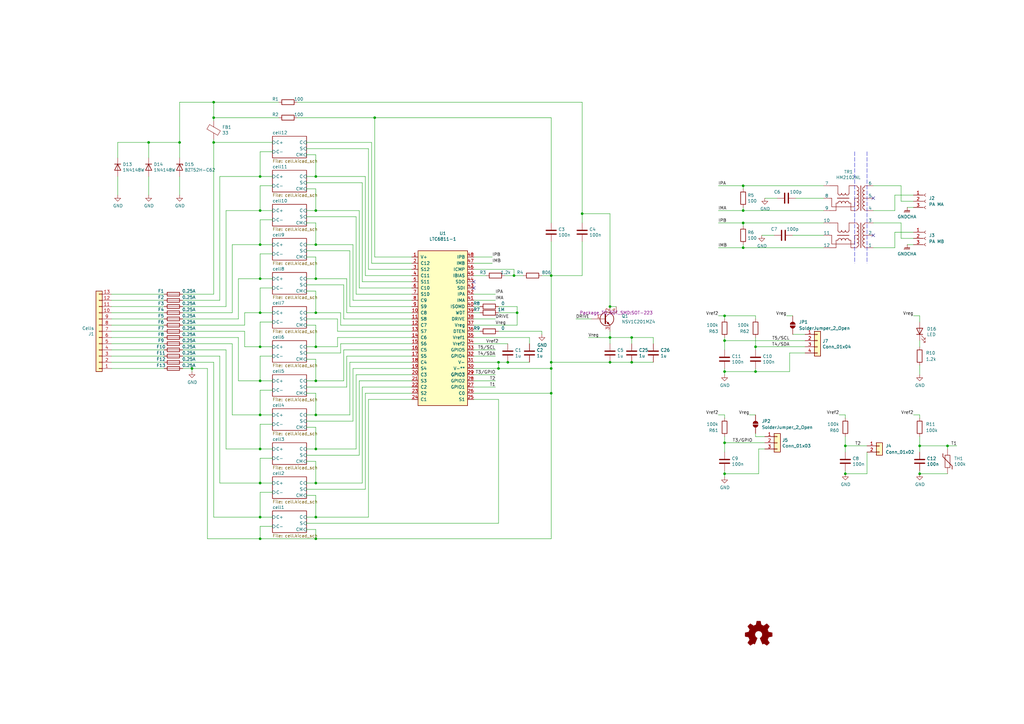
<source format=kicad_sch>
(kicad_sch (version 20231120) (generator "eeschema") (generator_version "8.0")
  (paper "A3")
  (junction (at 129.54 128.27))
  (junction (at 309.88 142.24))
  (junction (at 153.67 48.26))
  (junction (at 87.63 41.91))
  (junction (at 250.19 138.43))
  (junction (at 129.54 114.3))
  (junction (at 226.06 113.03))
  (junction (at 106.68 184.15))
  (junction (at 346.71 182.88))
  (junction (at 106.68 212.09))
  (junction (at 304.8 76.2))
  (junction (at 129.54 156.21))
  (junction (at 226.06 161.29))
  (junction (at 208.28 148.59))
  (junction (at 129.54 184.15))
  (junction (at 304.8 91.44))
  (junction (at 106.68 114.3))
  (junction (at 78.74 151.13))
  (junction (at 106.68 156.21))
  (junction (at 309.88 152.4))
  (junction (at 377.19 182.88))
  (junction (at 106.68 128.27))
  (junction (at 297.18 181.61))
  (junction (at 87.63 48.26))
  (junction (at 87.63 58.42))
  (junction (at 106.68 72.39))
  (junction (at 250.19 148.59))
  (junction (at 106.68 170.18))
  (junction (at 297.18 129.54))
  (junction (at 129.54 170.18))
  (junction (at 250.19 125.73))
  (junction (at 106.68 142.24))
  (junction (at 204.47 151.13))
  (junction (at 129.54 86.36))
  (junction (at 106.68 220.98))
  (junction (at 129.54 142.24))
  (junction (at 238.76 87.63))
  (junction (at 388.62 182.88))
  (junction (at 297.18 139.7))
  (junction (at 304.8 86.36))
  (junction (at 259.08 148.59))
  (junction (at 204.47 148.59))
  (junction (at 60.96 58.42))
  (junction (at 106.68 86.36))
  (junction (at 129.54 212.09))
  (junction (at 73.66 58.42))
  (junction (at 377.19 194.31))
  (junction (at 129.54 72.39))
  (junction (at 106.68 100.33))
  (junction (at 129.54 198.12))
  (junction (at 259.08 138.43))
  (junction (at 129.54 100.33))
  (junction (at 129.54 220.98))
  (junction (at 346.71 194.31))
  (junction (at 226.06 148.59))
  (junction (at 106.68 198.12))
  (junction (at 226.06 151.13))
  (junction (at 212.09 128.27))
  (junction (at 210.82 113.03))
  (junction (at 304.8 101.6))
  (junction (at 297.18 152.4))
  (junction (at 297.18 194.31))
  (no_connect (at 358.14 96.52))
  (no_connect (at 358.14 81.28))
  (no_connect (at 194.31 115.57))
  (no_connect (at 194.31 118.11))
  (wire (pts (xy 106.68 114.3) (xy 97.79 114.3)))
  (wire (pts (xy 125.73 102.87) (xy 143.51 102.87)))
  (wire (pts (xy 138.43 130.81) (xy 138.43 135.89)))
  (wire (pts (xy 111.76 132.08) (xy 106.68 132.08)))
  (wire (pts (xy 125.73 133.35) (xy 129.54 133.35)))
  (wire (pts (xy 106.68 201.93) (xy 106.68 212.09)))
  (wire (pts (xy 259.08 148.59) (xy 250.19 148.59)))
  (wire (pts (xy 203.2 156.21) (xy 194.31 156.21)))
  (wire (pts (xy 142.24 158.75) (xy 125.73 158.75)))
  (wire (pts (xy 149.86 113.03) (xy 149.86 72.39)))
  (wire (pts (xy 146.05 120.65) (xy 146.05 88.9)))
  (wire (pts (xy 129.54 133.35) (xy 129.54 142.24)))
  (wire (pts (xy 226.06 99.06) (xy 226.06 113.03)))
  (wire (pts (xy 138.43 142.24) (xy 129.54 142.24)))
  (wire (pts (xy 129.54 175.26) (xy 129.54 184.15)))
  (wire (pts (xy 358.14 101.6) (xy 367.03 101.6)))
  (wire (pts (xy 307.34 170.18) (xy 309.88 170.18)))
  (wire (pts (xy 106.68 220.98) (xy 129.54 220.98)))
  (wire (pts (xy 294.64 170.18) (xy 297.18 170.18)))
  (wire (pts (xy 106.68 142.24) (xy 100.33 142.24)))
  (wire (pts (xy 304.8 92.71) (xy 304.8 91.44)))
  (wire (pts (xy 297.18 139.7) (xy 297.18 143.51)))
  (wire (pts (xy 125.73 161.29) (xy 129.54 161.29)))
  (wire (pts (xy 90.17 123.19) (xy 74.93 123.19)))
  (wire (pts (xy 125.73 186.69) (xy 147.32 186.69)))
  (wire (pts (xy 152.4 107.95) (xy 168.91 107.95)))
  (wire (pts (xy 242.57 130.81) (xy 236.22 130.81)))
  (wire (pts (xy 294.64 101.6) (xy 304.8 101.6)))
  (wire (pts (xy 100.33 133.35) (xy 74.93 133.35)))
  (wire (pts (xy 204.47 128.27) (xy 212.09 128.27)))
  (wire (pts (xy 168.91 158.75) (xy 148.59 158.75)))
  (wire (pts (xy 217.17 138.43) (xy 194.31 138.43)))
  (wire (pts (xy 45.72 151.13) (xy 67.31 151.13)))
  (wire (pts (xy 129.54 170.18) (xy 143.51 170.18)))
  (wire (pts (xy 95.25 170.18) (xy 95.25 140.97)))
  (wire (pts (xy 297.18 129.54) (xy 309.88 129.54)))
  (wire (pts (xy 147.32 86.36) (xy 129.54 86.36)))
  (wire (pts (xy 238.76 87.63) (xy 238.76 91.44)))
  (wire (pts (xy 67.31 148.59) (xy 45.72 148.59)))
  (wire (pts (xy 226.06 148.59) (xy 250.19 148.59)))
  (wire (pts (xy 106.68 100.33) (xy 111.76 100.33)))
  (wire (pts (xy 125.73 105.41) (xy 129.54 105.41)))
  (wire (pts (xy 326.39 81.28) (xy 337.82 81.28)))
  (wire (pts (xy 367.03 95.25) (xy 367.03 101.6)))
  (wire (pts (xy 194.31 143.51) (xy 203.2 143.51)))
  (wire (pts (xy 392.43 182.88) (xy 388.62 182.88)))
  (wire (pts (xy 377.19 170.18) (xy 377.19 171.45)))
  (wire (pts (xy 297.18 194.31) (xy 297.18 193.04)))
  (wire (pts (xy 369.57 91.44) (xy 369.57 97.79)))
  (wire (pts (xy 142.24 114.3) (xy 129.54 114.3)))
  (wire (pts (xy 129.54 212.09) (xy 151.13 212.09)))
  (wire (pts (xy 106.68 104.14) (xy 106.68 114.3)))
  (wire (pts (xy 129.54 142.24) (xy 125.73 142.24)))
  (wire (pts (xy 74.93 151.13) (xy 78.74 151.13)))
  (wire (pts (xy 111.76 198.12) (xy 106.68 198.12)))
  (wire (pts (xy 106.68 76.2) (xy 106.68 86.36)))
  (wire (pts (xy 147.32 156.21) (xy 168.91 156.21)))
  (wire (pts (xy 48.26 72.39) (xy 48.26 80.01)))
  (wire (pts (xy 67.31 138.43) (xy 45.72 138.43)))
  (wire (pts (xy 238.76 87.63) (xy 250.19 87.63)))
  (wire (pts (xy 388.62 184.15) (xy 388.62 182.88)))
  (wire (pts (xy 194.31 130.81) (xy 203.2 130.81)))
  (wire (pts (xy 226.06 48.26) (xy 153.67 48.26)))
  (wire (pts (xy 106.68 100.33) (xy 95.25 100.33)))
  (wire (pts (xy 194.31 113.03) (xy 199.39 113.03)))
  (wire (pts (xy 125.73 128.27) (xy 129.54 128.27)))
  (wire (pts (xy 149.86 200.66) (xy 149.86 161.29)))
  (wire (pts (xy 204.47 148.59) (xy 204.47 151.13)))
  (wire (pts (xy 106.68 72.39) (xy 111.76 72.39)))
  (wire (pts (xy 106.68 86.36) (xy 92.71 86.36)))
  (wire (pts (xy 153.67 105.41) (xy 168.91 105.41)))
  (wire (pts (xy 168.91 140.97) (xy 139.7 140.97)))
  (wire (pts (xy 106.68 104.14) (xy 111.76 104.14)))
  (wire (pts (xy 87.63 57.15) (xy 87.63 58.42)))
  (wire (pts (xy 194.31 123.19) (xy 203.2 123.19)))
  (wire (pts (xy 372.11 85.09) (xy 374.65 85.09)))
  (wire (pts (xy 309.88 142.24) (xy 309.88 143.51)))
  (wire (pts (xy 151.13 163.83) (xy 168.91 163.83)))
  (wire (pts (xy 129.54 128.27) (xy 139.7 128.27)))
  (wire (pts (xy 106.68 187.96) (xy 106.68 198.12)))
  (wire (pts (xy 297.18 179.07) (xy 297.18 181.61)))
  (wire (pts (xy 194.31 151.13) (xy 204.47 151.13)))
  (wire (pts (xy 97.79 138.43) (xy 74.93 138.43)))
  (wire (pts (xy 222.25 113.03) (xy 226.06 113.03)))
  (wire (pts (xy 377.19 153.67) (xy 377.19 149.86)))
  (wire (pts (xy 106.68 160.02) (xy 106.68 170.18)))
  (wire (pts (xy 125.73 203.2) (xy 129.54 203.2)))
  (wire (pts (xy 226.06 48.26) (xy 226.06 91.44)))
  (wire (pts (xy 129.54 189.23) (xy 129.54 198.12)))
  (wire (pts (xy 226.06 148.59) (xy 226.06 151.13)))
  (wire (pts (xy 194.31 110.49) (xy 210.82 110.49)))
  (wire (pts (xy 111.76 128.27) (xy 106.68 128.27)))
  (wire (pts (xy 168.91 138.43) (xy 138.43 138.43)))
  (wire (pts (xy 140.97 116.84) (xy 125.73 116.84)))
  (wire (pts (xy 140.97 143.51) (xy 140.97 156.21)))
  (wire (pts (xy 238.76 113.03) (xy 226.06 113.03)))
  (wire (pts (xy 67.31 140.97) (xy 45.72 140.97)))
  (wire (pts (xy 369.57 76.2) (xy 369.57 82.55)))
  (wire (pts (xy 297.18 153.67) (xy 297.18 152.4)))
  (wire (pts (xy 138.43 138.43) (xy 138.43 142.24)))
  (wire (pts (xy 142.24 128.27) (xy 142.24 114.3)))
  (wire (pts (xy 106.68 90.17) (xy 106.68 100.33)))
  (wire (pts (xy 111.76 212.09) (xy 106.68 212.09)))
  (wire (pts (xy 67.31 146.05) (xy 45.72 146.05)))
  (wire (pts (xy 125.73 130.81) (xy 138.43 130.81)))
  (wire (pts (xy 194.31 128.27) (xy 196.85 128.27)))
  (wire (pts (xy 106.68 170.18) (xy 95.25 170.18)))
  (wire (pts (xy 309.88 177.8) (xy 309.88 179.07)))
  (wire (pts (xy 250.19 87.63) (xy 250.19 125.73)))
  (wire (pts (xy 100.33 142.24) (xy 100.33 135.89)))
  (wire (pts (xy 217.17 140.97) (xy 217.17 138.43)))
  (wire (pts (xy 125.73 184.15) (xy 129.54 184.15)))
  (wire (pts (xy 168.91 143.51) (xy 140.97 143.51)))
  (wire (pts (xy 168.91 130.81) (xy 140.97 130.81)))
  (wire (pts (xy 73.66 58.42) (xy 73.66 64.77)))
  (wire (pts (xy 139.7 133.35) (xy 168.91 133.35)))
  (wire (pts (xy 311.15 184.15) (xy 311.15 194.31)))
  (wire (pts (xy 194.31 120.65) (xy 203.2 120.65)))
  (wire (pts (xy 129.54 203.2) (xy 129.54 212.09)))
  (wire (pts (xy 304.8 86.36) (xy 294.64 86.36)))
  (wire (pts (xy 85.09 220.98) (xy 106.68 220.98)))
  (wire (pts (xy 297.18 181.61) (xy 297.18 185.42)))
  (wire (pts (xy 129.54 114.3) (xy 125.73 114.3)))
  (wire (pts (xy 140.97 156.21) (xy 129.54 156.21)))
  (wire (pts (xy 304.8 91.44) (xy 337.82 91.44)))
  (wire (pts (xy 129.54 63.5) (xy 129.54 72.39)))
  (wire (pts (xy 125.73 214.63) (xy 204.47 214.63)))
  (wire (pts (xy 106.68 86.36) (xy 111.76 86.36)))
  (wire (pts (xy 106.68 146.05) (xy 106.68 156.21)))
  (wire (pts (xy 311.15 194.31) (xy 297.18 194.31)))
  (wire (pts (xy 226.06 113.03) (xy 226.06 148.59)))
  (wire (pts (xy 297.18 195.58) (xy 297.18 194.31)))
  (wire (pts (xy 85.09 151.13) (xy 85.09 220.98)))
  (wire (pts (xy 147.32 186.69) (xy 147.32 156.21)))
  (wire (pts (xy 250.19 125.73) (xy 252.73 125.73)))
  (wire (pts (xy 111.76 215.9) (xy 106.68 215.9)))
  (wire (pts (xy 129.54 184.15) (xy 146.05 184.15)))
  (wire (pts (xy 78.74 151.13) (xy 85.09 151.13)))
  (wire (pts (xy 325.12 129.54) (xy 322.58 129.54)))
  (wire (pts (xy 367.03 95.25) (xy 374.65 95.25)))
  (wire (pts (xy 144.78 172.72) (xy 144.78 151.13)))
  (wire (pts (xy 106.68 118.11) (xy 106.68 128.27)))
  (wire (pts (xy 346.71 170.18) (xy 346.71 171.45)))
  (wire (pts (xy 168.91 118.11) (xy 147.32 118.11)))
  (wire (pts (xy 152.4 58.42) (xy 152.4 107.95)))
  (wire (pts (xy 346.71 182.88) (xy 355.6 182.88)))
  (wire (pts (xy 208.28 148.59) (xy 217.17 148.59)))
  (wire (pts (xy 92.71 86.36) (xy 92.71 125.73)))
  (wire (pts (xy 144.78 100.33) (xy 129.54 100.33)))
  (wire (pts (xy 153.67 48.26) (xy 153.67 105.41)))
  (wire (pts (xy 297.18 139.7) (xy 330.2 139.7)))
  (wire (pts (xy 212.09 128.27) (xy 212.09 133.35)))
  (wire (pts (xy 67.31 133.35) (xy 45.72 133.35)))
  (wire (pts (xy 194.31 133.35) (xy 212.09 133.35)))
  (wire (pts (xy 151.13 110.49) (xy 151.13 60.96)))
  (wire (pts (xy 309.88 152.4) (xy 309.88 151.13)))
  (wire (pts (xy 212.09 125.73) (xy 212.09 128.27)))
  (wire (pts (xy 129.54 217.17) (xy 129.54 220.98)))
  (wire (pts (xy 204.47 125.73) (xy 212.09 125.73)))
  (wire (pts (xy 67.31 143.51) (xy 45.72 143.51)))
  (wire (pts (xy 87.63 48.26) (xy 87.63 41.91)))
  (wire (pts (xy 129.54 91.44) (xy 129.54 100.33)))
  (wire (pts (xy 106.68 198.12) (xy 90.17 198.12)))
  (wire (pts (xy 374.65 80.01) (xy 367.03 80.01)))
  (wire (pts (xy 313.69 81.28) (xy 318.77 81.28)))
  (wire (pts (xy 168.91 148.59) (xy 143.51 148.59)))
  (wire (pts (xy 146.05 88.9) (xy 125.73 88.9)))
  (wire (pts (xy 125.73 58.42) (xy 152.4 58.42)))
  (wire (pts (xy 97.79 114.3) (xy 97.79 130.81)))
  (wire (pts (xy 95.25 100.33) (xy 95.25 128.27)))
  (wire (pts (xy 87.63 148.59) (xy 74.93 148.59)))
  (wire (pts (xy 78.74 152.4) (xy 78.74 151.13)))
  (wire (pts (xy 144.78 123.19) (xy 144.78 100.33)))
  (wire (pts (xy 139.7 140.97) (xy 139.7 144.78)))
  (wire (pts (xy 149.86 200.66) (xy 125.73 200.66)))
  (wire (pts (xy 121.92 48.26) (xy 153.67 48.26)))
  (wire (pts (xy 377.19 129.54) (xy 377.19 132.08)))
  (wire (pts (xy 168.91 110.49) (xy 151.13 110.49)))
  (wire (pts (xy 106.68 184.15) (xy 92.71 184.15)))
  (wire (pts (xy 372.11 100.33) (xy 374.65 100.33)))
  (wire (pts (xy 111.76 118.11) (xy 106.68 118.11)))
  (wire (pts (xy 194.31 125.73) (xy 196.85 125.73)))
  (wire (pts (xy 194.31 135.89) (xy 196.85 135.89)))
  (wire (pts (xy 100.33 128.27) (xy 100.33 133.35)))
  (wire (pts (xy 125.73 63.5) (xy 129.54 63.5)))
  (wire (pts (xy 139.7 128.27) (xy 139.7 133.35)))
  (wire (pts (xy 210.82 110.49) (xy 210.82 113.03)))
  (wire (pts (xy 250.19 138.43) (xy 259.08 138.43)))
  (wire (pts (xy 129.54 156.21) (xy 125.73 156.21)))
  (wire (pts (xy 67.31 123.19) (xy 45.72 123.19)))
  (wire (pts (xy 95.25 128.27) (xy 74.93 128.27)))
  (wire (pts (xy 388.62 182.88) (xy 377.19 182.88)))
  (wire (pts (xy 346.71 182.88) (xy 346.71 185.42)))
  (wire (pts (xy 144.78 151.13) (xy 168.91 151.13)))
  (wire (pts (xy 194.31 107.95) (xy 201.93 107.95)))
  (wire (pts (xy 346.71 182.88) (xy 346.71 179.07)))
  (wire (pts (xy 323.85 144.78) (xy 330.2 144.78)))
  (wire (pts (xy 143.51 148.59) (xy 143.51 170.18)))
  (wire (pts (xy 111.76 114.3) (xy 106.68 114.3)))
  (wire (pts (xy 67.31 125.73) (xy 45.72 125.73)))
  (wire (pts (xy 125.73 189.23) (xy 129.54 189.23)))
  (wire (pts (xy 125.73 91.44) (xy 129.54 91.44)))
  (wire (pts (xy 168.91 113.03) (xy 149.86 113.03)))
  (wire (pts (xy 111.76 187.96) (xy 106.68 187.96)))
  (wire (pts (xy 111.76 156.21) (xy 106.68 156.21)))
  (wire (pts (xy 304.8 101.6) (xy 337.82 101.6)))
  (wire (pts (xy 369.57 82.55) (xy 374.65 82.55)))
  (wire (pts (xy 377.19 182.88) (xy 377.19 185.42)))
  (wire (pts (xy 106.68 72.39) (xy 90.17 72.39)))
  (wire (pts (xy 95.25 140.97) (xy 74.93 140.97)))
  (wire (pts (xy 67.31 135.89) (xy 45.72 135.89)))
  (wire (pts (xy 388.62 194.31) (xy 377.19 194.31)))
  (wire (pts (xy 100.33 135.89) (xy 74.93 135.89)))
  (wire (pts (xy 294.64 129.54) (xy 297.18 129.54)))
  (wire (pts (xy 111.76 201.93) (xy 106.68 201.93)))
  (wire (pts (xy 111.76 76.2) (xy 106.68 76.2)))
  (wire (pts (xy 168.91 128.27) (xy 142.24 128.27)))
  (wire (pts (xy 87.63 212.09) (xy 87.63 148.59)))
  (wire (pts (xy 267.97 138.43) (xy 267.97 140.97)))
  (wire (pts (xy 48.26 64.77) (xy 48.26 58.42)))
  (wire (pts (xy 325.12 137.16) (xy 330.2 137.16)))
  (wire (pts (xy 168.91 115.57) (xy 148.59 115.57)))
  (wire (pts (xy 210.82 113.03) (xy 207.01 113.03)))
  (wire (pts (xy 294.64 91.44) (xy 304.8 91.44)))
  (wire (pts (xy 90.17 198.12) (xy 90.17 146.05)))
  (wire (pts (xy 90.17 146.05) (xy 74.93 146.05)))
  (wire (pts (xy 168.91 125.73) (xy 143.51 125.73)))
  (polyline (pts (xy 350.52 62.23) (xy 350.52 107.95)) (stroke (width 0) (type dash)))
  (wire (pts (xy 90.17 72.39) (xy 90.17 123.19)))
  (wire (pts (xy 226.06 161.29) (xy 226.06 220.98)))
  (wire (pts (xy 304.8 77.47) (xy 304.8 76.2)))
  (wire (pts (xy 374.65 170.18) (xy 377.19 170.18)))
  (wire (pts (xy 125.73 212.09) (xy 129.54 212.09)))
  (wire (pts (xy 73.66 41.91) (xy 73.66 58.42)))
  (wire (pts (xy 297.18 129.54) (xy 297.18 130.81)))
  (wire (pts (xy 111.76 184.15) (xy 106.68 184.15)))
  (wire (pts (xy 297.18 152.4) (xy 297.18 151.13)))
  (wire (pts (xy 87.63 120.65) (xy 74.93 120.65)))
  (wire (pts (xy 168.91 120.65) (xy 146.05 120.65)))
  (wire (pts (xy 67.31 128.27) (xy 45.72 128.27)))
  (wire (pts (xy 142.24 146.05) (xy 168.91 146.05)))
  (wire (pts (xy 204.47 151.13) (xy 226.06 151.13)))
  (wire (pts (xy 92.71 184.15) (xy 92.71 143.51)))
  (wire (pts (xy 226.06 151.13) (xy 226.06 161.29)))
  (wire (pts (xy 204.47 135.89) (xy 222.25 135.89)))
  (wire (pts (xy 129.54 86.36) (xy 125.73 86.36)))
  (wire (pts (xy 140.97 130.81) (xy 140.97 116.84)))
  (wire (pts (xy 97.79 130.81) (xy 74.93 130.81)))
  (wire (pts (xy 129.54 105.41) (xy 129.54 114.3)))
  (wire (pts (xy 106.68 215.9) (xy 106.68 220.98)))
  (wire (pts (xy 344.17 170.18) (xy 346.71 170.18)))
  (wire (pts (xy 148.59 74.93) (xy 125.73 74.93)))
  (wire (pts (xy 92.71 125.73) (xy 74.93 125.73)))
  (wire (pts (xy 358.14 86.36) (xy 367.03 86.36)))
  (wire (pts (xy 311.15 184.15) (xy 313.69 184.15)))
  (wire (pts (xy 355.6 194.31) (xy 355.6 185.42)))
  (wire (pts (xy 330.2 142.24) (xy 309.88 142.24)))
  (wire (pts (xy 304.8 76.2) (xy 337.82 76.2)))
  (wire (pts (xy 323.85 152.4) (xy 309.88 152.4)))
  (wire (pts (xy 87.63 58.42) (xy 87.63 120.65)))
  (wire (pts (xy 151.13 60.96) (xy 125.73 60.96)))
  (wire (pts (xy 111.76 170.18) (xy 106.68 170.18)))
  (wire (pts (xy 129.54 147.32) (xy 129.54 156.21)))
  (wire (pts (xy 111.76 146.05) (xy 106.68 146.05)))
  (wire (pts (xy 358.14 76.2) (xy 369.57 76.2)))
  (wire (pts (xy 111.76 62.23) (xy 106.68 62.23)))
  (wire (pts (xy 142.24 158.75) (xy 142.24 146.05)))
  (wire (pts (xy 297.18 181.61) (xy 313.69 181.61)))
  (wire (pts (xy 259.08 138.43) (xy 259.08 140.97)))
  (wire (pts (xy 377.19 193.04) (xy 377.19 194.31)))
  (wire (pts (xy 129.54 72.39) (xy 125.73 72.39)))
  (wire (pts (xy 346.71 194.31) (xy 355.6 194.31)))
  (wire (pts (xy 92.71 143.51) (xy 74.93 143.51)))
  (wire (pts (xy 208.28 148.59) (xy 204.47 148.59)))
  (wire (pts (xy 238.76 99.06) (xy 238.76 113.03)))
  (wire (pts (xy 129.54 100.33) (xy 125.73 100.33)))
  (wire (pts (xy 312.42 96.52) (xy 317.5 96.52)))
  (wire (pts (xy 259.08 138.43) (xy 267.97 138.43)))
  (wire (pts (xy 146.05 153.67) (xy 146.05 184.15)))
  (wire (pts (xy 129.54 198.12) (xy 148.59 198.12)))
  (wire (pts (xy 369.57 97.79) (xy 374.65 97.79)))
  (wire (pts (xy 168.91 123.19) (xy 144.78 123.19)))
  (wire (pts (xy 73.66 41.91) (xy 87.63 41.91)))
  (wire (pts (xy 60.96 58.42) (xy 73.66 58.42)))
  (wire (pts (xy 148.59 115.57) (xy 148.59 74.93)))
  (wire (pts (xy 194.31 148.59) (xy 204.47 148.59)))
  (wire (pts (xy 325.12 96.52) (xy 337.82 96.52)))
  (wire (pts (xy 309.88 179.07) (xy 313.69 179.07)))
  (wire (pts (xy 73.66 72.39) (xy 73.66 80.01)))
  (wire (pts (xy 106.68 90.17) (xy 111.76 90.17)))
  (wire (pts (xy 111.76 58.42) (xy 87.63 58.42)))
  (wire (pts (xy 297.18 138.43) (xy 297.18 139.7)))
  (wire (pts (xy 222.25 135.89) (xy 222.25 137.16)))
  (wire (pts (xy 125.73 147.32) (xy 129.54 147.32)))
  (wire (pts (xy 297.18 170.18) (xy 297.18 171.45)))
  (wire (pts (xy 194.31 163.83) (xy 204.47 163.83)))
  (wire (pts (xy 304.8 85.09) (xy 304.8 86.36)))
  (wire (pts (xy 48.26 58.42) (xy 60.96 58.42)))
  (wire (pts (xy 129.54 220.98) (xy 226.06 220.98)))
  (wire (pts (xy 111.76 160.02) (xy 106.68 160.02)))
  (wire (pts (xy 304.8 100.33) (xy 304.8 101.6)))
  (wire (pts (xy 151.13 212.09) (xy 151.13 163.83)))
  (wire (pts (xy 125.73 77.47) (xy 129.54 77.47)))
  (wire (pts (xy 267.97 148.59) (xy 259.08 148.59)))
  (wire (pts (xy 87.63 48.26) (xy 87.63 49.53)))
  (wire (pts (xy 106.68 156.21) (xy 97.79 156.21)))
  (wire (pts (xy 148.59 158.75) (xy 148.59 198.12)))
  (wire (pts (xy 358.14 91.44) (xy 369.57 91.44)))
  (wire (pts (xy 125.73 175.26) (xy 129.54 175.26)))
  (wire (pts (xy 106.68 132.08) (xy 106.68 142.24)))
  (wire (pts (xy 97.79 156.21) (xy 97.79 138.43)))
  (wire (pts (xy 203.2 153.67) (xy 194.31 153.67)))
  (wire (pts (xy 67.31 120.65) (xy 45.72 120.65)))
  (wire (pts (xy 87.63 41.91) (xy 114.3 41.91)))
  (wire (pts (xy 226.06 161.29) (xy 194.31 161.29)))
  (wire (pts (xy 111.76 173.99) (xy 106.68 173.99)))
  (wire (pts (xy 374.65 129.54) (xy 377.19 129.54)))
  (wire (pts (xy 60.96 72.39) (xy 60.96 80.01)))
  (wire (pts (xy 125.73 170.18) (xy 129.54 170.18)))
  (wire (pts (xy 309.88 138.43) (xy 309.88 142.24)))
  (wire (pts (xy 210.82 113.03) (xy 214.63 113.03)))
  (wire (pts (xy 138.43 135.89) (xy 168.91 135.89)))
  (wire (pts (xy 106.68 62.23) (xy 106.68 72.39)))
  (wire (pts (xy 125.73 217.17) (xy 129.54 217.17)))
  (wire (pts (xy 106.68 173.99) (xy 106.68 184.15)))
  (wire (pts (xy 323.85 144.78) (xy 323.85 152.4)))
  (wire (pts (xy 250.19 138.43) (xy 250.19 135.89)))
  (wire (pts (xy 194.31 158.75) (xy 203.2 158.75)))
  (wire (pts (xy 60.96 64.77) (xy 60.96 58.42)))
  (wire (pts (xy 309.88 130.81) (xy 309.88 129.54)))
  (wire (pts (xy 337.82 86.36) (xy 304.8 86.36)))
  (wire (pts (xy 106.68 212.09) (xy 87.63 212.09)))
  (wire (pts (xy 129.54 119.38) (xy 129.54 128.27)))
  (wire (pts (xy 147.32 118.11) (xy 147.32 86.36)))
  (wire (pts (xy 204.47 163.83) (xy 204.47 214.63)))
  (wire (pts (xy 367.03 80.01) (xy 367.03 86.36)))
  (wire (pts (xy 106.68 128.27) (xy 100.33 128.27)))
  (wire (pts (xy 377.19 179.07) (xy 377.19 182.88)))
  (wire (pts (xy 143.51 102.87) (xy 143.51 125.73)))
  (wire (pts (xy 294.64 76.2) (xy 304.8 76.2)))
  (wire (pts (xy 149.86 161.29) (xy 168.91 161.29)))
  (wire (pts (xy 238.76 41.91) (xy 238.76 87.63)))
  (wire (pts (xy 125.73 119.38) (xy 129.54 119.38)))
  (wire (pts (xy 114.3 48.26) (xy 87.63 48.26)))
  (wire (pts (xy 129.54 77.47) (xy 129.54 86.36)))
  (wire (pts (xy 111.76 142.24) (xy 106.68 142.24)))
  (wire (pts (xy 297.18 152.4) (xy 309.88 152.4)))
  (wire (pts (xy 194.31 105.41) (xy 201.93 105.41)))
  (wire (pts (xy 125.73 144.78) (xy 139.7 144.78)))
  (wire (pts (xy 346.71 194.31) (xy 346.71 193.04)))
  (wire (pts (xy 203.2 146.05) (xy 194.31 146.05)))
  (wire (pts (xy 125.73 198.12) (xy 129.54 198.12)))
  (wire (pts (xy 121.92 41.91) (xy 238.76 41.91)))
  (wire (pts (xy 149.86 72.39) (xy 129.54 72.39)))
  (wire (pts (xy 67.31 130.81) (xy 45.72 130.81)))
  (wire (pts (xy 129.54 161.29) (xy 129.54 170.18)))
  (polyline (pts (xy 355.6 62.23) (xy 355.6 107.95)) (stroke (width 0) (type dash)))
  (wire (pts (xy 241.3 138.43) (xy 250.19 138.43)))
  (wire (pts (xy 194.31 140.97) (xy 208.28 140.97)))
  (wire (pts (xy 250.19 140.97) (xy 250.19 138.43)))
  (wire (pts (xy 168.91 153.67) (xy 146.05 153.67)))
  (wire (pts (xy 377.19 139.7) (xy 377.19 142.24)))
  (wire (pts (xy 125.73 172.72) (xy 144.78 172.72)))
  (label "T4{slash}SDA" (at 203.2 146.05 180))
  (label "Vref2" (at 294.64 129.54 180))
  (label "Vreg" (at 322.58 129.54 180))
  (label "IMB" (at 201.93 107.95 0))
  (label "IMA" (at 203.2 123.19 0))
  (label "Vref2" (at 374.65 170.18 180))
  (label "Vreg" (at 307.34 170.18 180))
  (label "Vreg" (at 203.2 133.35 0))
  (label "T3{slash}GPIO" (at 203.2 153.67 180))
  (label "IPB" (at 294.64 91.44 0))
  (label "T5{slash}SCL" (at 203.2 143.51 180))
  (label "T1" (at 203.2 158.75 180))
  (label "DRIVE" (at 236.22 130.81 0))
  (label "IPA" (at 294.64 76.2 0))
  (label "IMB" (at 294.64 101.6 0))
  (label "T2" (at 353.06 182.88 180))
  (label "T1" (at 392.43 182.88 180))
  (label "T5{slash}SCL" (at 323.85 139.7 180))
  (label "Vref2" (at 344.17 170.18 180))
  (label "T4{slash}SDA" (at 323.85 142.24 180))
  (label "Vreg" (at 374.65 129.54 180))
  (label "T3{slash}GPIO" (at 308.61 181.61 180))
  (label "IPA" (at 203.2 120.65 0))
  (label "Vref2" (at 204.47 140.97 180))
  (label "Vref2" (at 294.64 170.18 180))
  (label "T2" (at 203.2 156.21 180))
  (label "Vreg" (at 241.3 138.43 0))
  (label "IMA" (at 294.64 86.36 0))
  (label "DRIVE" (at 203.2 130.81 0))
  (label "IPB" (at 201.93 105.41 0))
  (symbol (lib_id "ENNOID:HM2102NL") (at 353.06 88.9 0) (unit 1)
    (property "Reference" "TR1" (at 347.98 70.485 0))
    (property "Value" "HM2102NL" (at 347.98 72.7964 0))
    (property "Footprint" "ENNOID:HM2102NL" (effects (hide yes)))
    (property "MPN" "HM2102NLT" (effects (hide yes)))
  )
  (symbol (lib_id "Device:R") (at 304.8 81.28 0) (unit 1)
    (property "Reference" "R5" (at 306.578 80.1116 0) (effects (justify left)))
    (property "Value" "100" (at 306.578 82.423 0) (effects (justify left)))
    (property "Footprint" "Resistor_SMD:R_0603_1608Metric" (effects (hide yes)))
    (property "MPN" "RC0603FR-07100RL" (effects (hide yes)))
  )
  (symbol (lib_id "Device:R") (at 304.8 96.52 0) (unit 1)
    (property "Reference" "R6" (at 306.578 95.3516 0) (effects (justify left)))
    (property "Value" "100" (at 306.578 97.663 0) (effects (justify left)))
    (property "Footprint" "Resistor_SMD:R_0603_1608Metric" (effects (hide yes)))
    (property "MPN" "RC0603FR-07100RL" (effects (hide yes)))
  )
  (symbol (lib_id "Connector_Generic:Conn_01x13") (at 40.64 135.89 180) (unit 1)
    (property "Reference" "J1" (at 38.608 136.9568 0) (effects (justify left)))
    (property "Value" "Cells" (at 38.608 134.6454 0) (effects (justify left)))
    (property "Footprint" "ENNOID:SCiB Header" (effects (hide yes)))
    (property "MPN" "N/A" (effects (hide yes)))
  )
  (symbol (lib_id "Graphic:Logo_Open_Hardware_Small") (at 311.15 260.35 0) (unit 1)
    (property "Reference" "LOGO1" (effects (hide yes)))
    (property "Value" "Logo_Open_Hardware_Small" (effects (hide yes)))
    (property "Footprint" "ENNOID:ENNOID-LOGO" (effects (hide yes)))
    (property "MPN" "N/A" (effects (hide yes)))
  )
  (symbol (lib_id "Device:C") (at 321.31 96.52 270) (unit 1)
    (property "Reference" "C7" (at 317.5 93.98 90))
    (property "Value" "100p" (at 325.12 93.98 90))
    (property "Footprint" "Capacitor_SMD:C_0603_1608Metric" (effects (hide yes)))
    (property "MPN" "CL10C101JB8NNNC" (effects (hide yes)))
  )
  (symbol (lib_id "Device:R") (at 203.2 113.03 90) (unit 1)
    (property "Reference" "R3" (at 199.39 111.76 90) (effects (justify left)))
    (property "Value" "1.2k" (at 209.55 111.76 90) (effects (justify left)))
    (property "Footprint" "Resistor_SMD:R_0603_1608Metric" (effects (hide yes)))
    (property "MPN" "RC0603JR-071K2L" (effects (hide yes)))
  )
  (symbol (lib_id "Device:C") (at 322.58 81.28 270) (unit 1)
    (property "Reference" "C6" (at 318.77 78.74 90))
    (property "Value" "100p" (at 326.39 78.74 90))
    (property "Footprint" "Capacitor_SMD:C_0603_1608Metric" (effects (hide yes)))
    (property "MPN" "CL10C101JB8NNNC" (effects (hide yes)))
  )
  (symbol (lib_id "LTC6811-rescue:GND-power") (at 313.69 81.28 0) (unit 1)
    (property "Reference" "#PWR0101" (effects (hide yes)))
    (property "Value" "GND" (at 313.817 85.6742 0))
  )
  (symbol (lib_id "LTC6811-rescue:GND-power") (at 312.42 96.52 0) (unit 1)
    (property "Reference" "#PWR0102" (effects (hide yes)))
    (property "Value" "GND" (at 312.547 100.9142 0))
  )
  (symbol (lib_id "Device:Fuse") (at 71.12 120.65 90) (mirror x) (unit 1)
    (property "Reference" "F1" (at 66.04 119.38 90))
    (property "Value" "0.25A" (at 77.47 119.38 90))
    (property "Footprint" "ENNOID:FUSE" (effects (hide yes)))
    (property "MPN" "N/A" (effects (hide yes)))
  )
  (symbol (lib_id "Device:Fuse") (at 71.12 123.19 90) (mirror x) (unit 1)
    (property "Reference" "F2" (at 66.04 121.92 90))
    (property "Value" "0.25A" (at 77.47 121.92 90))
    (property "Footprint" "ENNOID:FUSE" (effects (hide yes)))
    (property "MPN" "N/A" (effects (hide yes)))
  )
  (symbol (lib_id "Device:Fuse") (at 71.12 125.73 90) (mirror x) (unit 1)
    (property "Reference" "F3" (at 66.04 124.46 90))
    (property "Value" "0.25A" (at 77.47 124.46 90))
    (property "Footprint" "ENNOID:FUSE" (effects (hide yes)))
    (property "MPN" "N/A" (effects (hide yes)))
  )
  (symbol (lib_id "Device:Fuse") (at 71.12 128.27 90) (mirror x) (unit 1)
    (property "Reference" "F4" (at 66.04 127 90))
    (property "Value" "0.25A" (at 77.47 127 90))
    (property "Footprint" "ENNOID:FUSE" (effects (hide yes)))
    (property "MPN" "N/A" (effects (hide yes)))
  )
  (symbol (lib_id "Device:Fuse") (at 71.12 130.81 90) (mirror x) (unit 1)
    (property "Reference" "F5" (at 66.04 129.54 90))
    (property "Value" "0.25A" (at 77.47 129.54 90))
    (property "Footprint" "ENNOID:FUSE" (effects (hide yes)))
    (property "MPN" "N/A" (effects (hide yes)))
  )
  (symbol (lib_id "Device:Fuse") (at 71.12 133.35 90) (mirror x) (unit 1)
    (property "Reference" "F6" (at 66.04 132.08 90))
    (property "Value" "0.25A" (at 77.47 132.08 90))
    (property "Footprint" "ENNOID:FUSE" (effects (hide yes)))
    (property "MPN" "N/A" (effects (hide yes)))
  )
  (symbol (lib_id "Device:Fuse") (at 71.12 135.89 90) (mirror x) (unit 1)
    (property "Reference" "F7" (at 66.04 134.62 90))
    (property "Value" "0.25A" (at 77.47 134.62 90))
    (property "Footprint" "ENNOID:FUSE" (effects (hide yes)))
    (property "MPN" "N/A" (effects (hide yes)))
  )
  (symbol (lib_id "Device:Fuse") (at 71.12 138.43 90) (mirror x) (unit 1)
    (property "Reference" "F8" (at 66.04 137.16 90))
    (property "Value" "0.25A" (at 77.47 137.16 90))
    (property "Footprint" "ENNOID:FUSE" (effects (hide yes)))
    (property "MPN" "N/A" (effects (hide yes)))
  )
  (symbol (lib_id "Device:Fuse") (at 71.12 140.97 90) (mirror x) (unit 1)
    (property "Reference" "F9" (at 66.04 139.7 90))
    (property "Value" "0.25A" (at 77.47 139.7 90))
    (property "Footprint" "ENNOID:FUSE" (effects (hide yes)))
    (property "MPN" "N/A" (effects (hide yes)))
  )
  (symbol (lib_id "Device:Fuse") (at 71.12 143.51 90) (mirror x) (unit 1)
    (property "Reference" "F10" (at 66.04 142.24 90))
    (property "Value" "0.25A" (at 77.47 142.24 90))
    (property "Footprint" "ENNOID:FUSE" (effects (hide yes)))
    (property "MPN" "N/A" (effects (hide yes)))
  )
  (symbol (lib_id "Device:Fuse") (at 71.12 146.05 90) (mirror x) (unit 1)
    (property "Reference" "F11" (at 66.04 144.78 90))
    (property "Value" "0.25A" (at 77.47 144.78 90))
    (property "Footprint" "ENNOID:FUSE" (effects (hide yes)))
    (property "MPN" "N/A" (effects (hide yes)))
  )
  (symbol (lib_id "Device:Fuse") (at 71.12 148.59 90) (mirror x) (unit 1)
    (property "Reference" "F12" (at 66.04 147.32 90))
    (property "Value" "0.25A" (at 77.47 147.32 90))
    (property "Footprint" "ENNOID:FUSE" (effects (hide yes)))
    (property "MPN" "N/A" (effects (hide yes)))
  )
  (symbol (lib_id "Device:R") (at 218.44 113.03 90) (unit 1)
    (property "Reference" "R4" (at 214.63 111.76 90) (effects (justify left)))
    (property "Value" "806" (at 226.06 111.76 90) (effects (justify left)))
    (property "Footprint" "Resistor_SMD:R_0603_1608Metric" (effects (hide yes)))
    (property "MPN" "RC0603FR-07806RL" (effects (hide yes)))
  )
  (symbol (lib_id "Device:Q_NPN_BCEC") (at 247.65 130.81 0) (unit 1)
    (property "Reference" "Q1" (at 254.9652 129.6416 0) (effects (justify left)))
    (property "Value" "NSV1C201MZ4" (at 254.9652 131.953 0) (effects (justify left)))
    (property "Footprint" "Package_TO_SOT_SMD:SOT-223" (at 252.73 128.27 0))
    (property "MPN" "NSV1C201MZ4T1G" (effects (hide yes)))
  )
  (symbol (lib_id "Device:C") (at 208.28 144.78 0) (unit 1)
    (property "Reference" "C1" (at 211.201 143.6116 0) (effects (justify left)))
    (property "Value" "1u" (at 211.201 145.923 0) (effects (justify left)))
    (property "Footprint" "Capacitor_SMD:C_0603_1608Metric" (effects (hide yes)))
    (property "MPN" "CL21B105KBFNNNE" (effects (hide yes)))
  )
  (symbol (lib_id "Device:C") (at 217.17 144.78 0) (unit 1)
    (property "Reference" "C2" (at 220.091 143.6116 0) (effects (justify left)))
    (property "Value" "1u" (at 220.091 145.923 0) (effects (justify left)))
    (property "Footprint" "Capacitor_SMD:C_0603_1608Metric" (effects (hide yes)))
    (property "MPN" "CL21B105KBFNNNE" (effects (hide yes)))
  )
  (symbol (lib_id "Device:C") (at 250.19 144.78 0) (unit 1)
    (property "Reference" "C5" (at 253.111 143.6116 0) (effects (justify left)))
    (property "Value" "1u" (at 253.111 145.923 0) (effects (justify left)))
    (property "Footprint" "Capacitor_SMD:C_0805_2012Metric" (effects (hide yes)))
    (property "MPN" "CL21B105KBFNNNE" (effects (hide yes)))
  )
  (symbol (lib_id "Device:R") (at 118.11 48.26 90) (unit 1)
    (property "Reference" "R2" (at 114.3 46.99 90) (effects (justify left)))
    (property "Value" "100" (at 124.46 46.99 90) (effects (justify left)))
    (property "Footprint" "Resistor_SMD:R_0603_1608Metric" (effects (hide yes)))
    (property "MPN" "RC0603FR-07100RL" (effects (hide yes)))
  )
  (symbol (lib_id "Device:Fuse") (at 71.12 151.13 90) (mirror x) (unit 1)
    (property "Reference" "F13" (at 66.04 149.86 90))
    (property "Value" "0.25A" (at 77.47 149.86 90))
    (property "Footprint" "ENNOID:FUSE" (effects (hide yes)))
    (property "MPN" "N/A" (effects (hide yes)))
  )
  (symbol (lib_id "Device:R") (at 118.11 41.91 90) (unit 1)
    (property "Reference" "R1" (at 114.3 40.64 90) (effects (justify left)))
    (property "Value" "100" (at 124.46 40.64 90) (effects (justify left)))
    (property "Footprint" "Resistor_SMD:R_0603_1608Metric" (effects (hide yes)))
    (property "MPN" "RC0603FR-07100RL" (effects (hide yes)))
  )
  (symbol (lib_id "Device:C") (at 226.06 95.25 0) (unit 1)
    (property "Reference" "C3" (at 228.981 94.0816 0) (effects (justify left)))
    (property "Value" "100n" (at 228.981 96.393 0) (effects (justify left)))
    (property "Footprint" "Capacitor_SMD:C_0603_1608Metric" (effects (hide yes)))
    (property "MPN" "CC0603KRX7R0BB104" (effects (hide yes)))
  )
  (symbol (lib_id "Device:C") (at 238.76 95.25 0) (unit 1)
    (property "Reference" "C4" (at 241.681 94.0816 0) (effects (justify left)))
    (property "Value" "100n" (at 241.681 96.393 0) (effects (justify left)))
    (property "Footprint" "Capacitor_SMD:C_0603_1608Metric" (effects (hide yes)))
    (property "MPN" "CC0603KRX7R0BB104" (effects (hide yes)))
  )
  (symbol (lib_id "Device:C") (at 377.19 189.23 0) (unit 1)
    (property "Reference" "C12" (at 380.111 188.0616 0) (effects (justify left)))
    (property "Value" "100n" (at 380.111 190.373 0) (effects (justify left)))
    (property "Footprint" "Capacitor_SMD:C_0603_1608Metric" (effects (hide yes)))
    (property "MPN" "CC0603KRX7R0BB104" (effects (hide yes)))
  )
  (symbol (lib_id "Device:R") (at 377.19 175.26 0) (unit 1)
    (property "Reference" "R11" (at 379.73 173.99 0) (effects (justify left)))
    (property "Value" "100k" (at 379.73 176.53 0) (effects (justify left)))
    (property "Footprint" "Resistor_SMD:R_0603_1608Metric" (effects (hide yes)))
    (property "MPN" "RC0603JR-07100KL" (effects (hide yes)))
  )
  (symbol (lib_id "LTC6811-rescue:GND-power") (at 377.19 194.31 0) (unit 1)
    (property "Reference" "#PWR0107" (effects (hide yes)))
    (property "Value" "GND" (at 377.317 198.7042 0))
  )
  (symbol (lib_id "Diode:BZT52Bxx") (at 73.66 68.58 270) (unit 1)
    (property "Reference" "D15" (at 75.6666 67.4116 90) (effects (justify left)))
    (property "Value" "BZT52H-C62" (at 75.6666 69.723 90) (effects (justify left)))
    (property "Footprint" "Diode_SMD:D_SOD-123" (effects (hide yes)))
    (property "Datasheet" "https://diotec.com/tl_files/diotec/files/pdf/datasheets/bzt52b2v4.pdf" (effects (hide yes)))
    (property "MPN" "BZT52H-C62,115" (effects (hide yes)))
  )
  (symbol (lib_id "LTC6811-rescue:GND-power") (at 73.66 80.01 0) (unit 1)
    (property "Reference" "#PWR0123" (effects (hide yes)))
    (property "Value" "GND" (at 73.787 84.4042 0))
  )
  (symbol (lib_id "Diode:1N4148W") (at 60.96 68.58 270) (unit 1)
    (property "Reference" "D14" (at 62.992 67.4116 90) (effects (justify left)))
    (property "Value" "1N4148W" (at 62.992 69.723 90) (effects (justify left)))
    (property "Footprint" "Diode_SMD:D_SOD-123" (effects (hide yes)))
    (property "Datasheet" "https://www.vishay.com/docs/85748/1n4148w.pdf" (effects (hide yes)))
    (property "MPN" "1N4148W-7-F" (effects (hide yes)))
  )
  (symbol (lib_id "Diode:1N4148W") (at 48.26 68.58 270) (unit 1)
    (property "Reference" "D13" (at 50.292 67.4116 90) (effects (justify left)))
    (property "Value" "1N4148W" (at 50.292 69.723 90) (effects (justify left)))
    (property "Footprint" "Diode_SMD:D_SOD-123" (effects (hide yes)))
    (property "Datasheet" "https://www.vishay.com/docs/85748/1n4148w.pdf" (effects (hide yes)))
    (property "MPN" "1N4148W-7-F" (effects (hide yes)))
  )
  (symbol (lib_id "Device:Thermistor") (at 388.62 189.23 0) (unit 1)
    (property "Reference" "TH1" (at 391.287 188.0616 0) (effects (justify left)))
    (property "Value" "100k" (at 391.287 190.373 0) (effects (justify left)))
    (property "Footprint" "Resistor_SMD:R_0805_2012Metric" (effects (hide yes)))
    (property "MPN" "SDNT2012X104F4250FTF" (effects (hide yes)))
  )
  (symbol (lib_id "ENNOID:LTC6811-1") (at 181.61 135.89 0) (unit 1)
    (property "Reference" "U1" (at 181.61 95.7326 0))
    (property "Value" "LTC6811-1" (at 181.61 98.044 0))
    (property "Footprint" "Package_SO:TSSOP-48_6.1x12.5mm_P0.5mm" (effects (hide yes)))
    (property "Datasheet" "http://cds.linear.com/docs/en/datasheet/680324fa.pdf" (effects (hide yes)))
    (property "MPN" "LTC6811HG-1#PBF" (effects (hide yes)))
  )
  (symbol (lib_id "LTC6811-rescue:GND-power") (at 222.25 137.16 0) (unit 1)
    (property "Reference" "#PWR0105" (effects (hide yes)))
    (property "Value" "GND" (at 222.377 141.5542 0))
  )
  (symbol (lib_id "Device:R") (at 200.66 125.73 90) (unit 1)
    (property "Reference" "R8" (at 196.85 124.46 90) (effects (justify left)))
    (property "Value" "0" (at 207.01 124.46 90) (effects (justify left)))
    (property "Footprint" "Resistor_SMD:R_0603_1608Metric" (effects (hide yes)))
    (property "MPN" "RC0603JR-070RL" (effects (hide yes)))
  )
  (symbol (lib_id "Device:R") (at 200.66 135.89 90) (unit 1)
    (property "Reference" "R9" (at 196.85 134.62 90) (effects (justify left)))
    (property "Value" "0" (at 207.01 134.62 90) (effects (justify left)))
    (property "Footprint" "Resistor_SMD:R_0603_1608Metric" (effects (hide yes)))
    (property "MPN" "RC0603JR-070RL" (effects (hide yes)))
  )
  (symbol (lib_id "LTC6811-rescue:GND-power") (at 377.19 153.67 0) (unit 1)
    (property "Reference" "#PWR0106" (effects (hide yes)))
    (property "Value" "GND" (at 377.317 158.0642 0))
  )
  (symbol (lib_id "Device:R") (at 377.19 146.05 0) (unit 1)
    (property "Reference" "R10" (at 379.73 144.78 0) (effects (justify left)))
    (property "Value" "1.2k" (at 379.73 147.32 0) (effects (justify left)))
    (property "Footprint" "Resistor_SMD:R_0603_1608Metric" (effects (hide yes)))
    (property "MPN" "RC0603JR-071K2L" (effects (hide yes)))
  )
  (symbol (lib_id "LTC6811-rescue:GND-power") (at 60.96 80.01 0) (unit 1)
    (property "Reference" "#PWR0124" (effects (hide yes)))
    (property "Value" "GND" (at 61.087 84.4042 0))
  )
  (symbol (lib_id "LTC6811-rescue:GND-power") (at 48.26 80.01 0) (unit 1)
    (property "Reference" "#PWR0125" (effects (hide yes)))
    (property "Value" "GND" (at 48.387 84.4042 0))
  )
  (symbol (lib_id "Device:LED") (at 377.19 135.89 90) (unit 1)
    (property "Reference" "D16" (at 380.1618 134.8994 90) (effects (justify right)))
    (property "Value" "LED" (at 380.1618 137.2108 90) (effects (justify right)))
    (property "Footprint" "LED_SMD:LED_0603_1608Metric" (effects (hide yes)))
    (property "MPN" "SML-D12P8WT86C" (effects (hide yes)))
  )
  (symbol (lib_id "Device:R") (at 200.66 128.27 90) (unit 1)
    (property "Reference" "R7" (at 196.85 127 90) (effects (justify left)))
    (property "Value" "1M" (at 207.01 127 90) (effects (justify left)))
    (property "Footprint" "Resistor_SMD:R_0603_1608Metric" (effects (hide yes)))
    (property "MPN" "RC0603JR-071ML" (effects (hide yes)))
  )
  (symbol (lib_id "LTC6811-rescue:Ferrite_Bead-Device") (at 87.63 53.34 0) (unit 1)
    (property "Reference" "FB1" (at 91.1098 52.1716 0) (effects (justify left)))
    (property "Value" "33" (at 91.1098 54.483 0) (effects (justify left)))
    (property "Footprint" "Resistor_SMD:R_0603_1608Metric" (effects (hide yes)))
    (property "Datasheet" "BLM18PG330SN1D" (effects (hide yes)))
    (property "MPN" "BLM18PG330SN1D" (effects (hide yes)))
  )
  (symbol (lib_id "Device:C") (at 259.08 144.78 0) (unit 1)
    (property "Reference" "C25" (at 262.001 143.6116 0) (effects (justify left)))
    (property "Value" "1u" (at 262.001 145.923 0) (effects (justify left)))
    (property "Footprint" "Capacitor_SMD:C_0805_2012Metric" (effects (hide yes)))
    (property "MPN" "CL21B105KBFNNNE" (effects (hide yes)))
  )
  (symbol (lib_id "Device:C") (at 267.97 144.78 0) (unit 1)
    (property "Reference" "C26" (at 270.891 143.6116 0) (effects (justify left)))
    (property "Value" "1u" (at 270.891 145.923 0) (effects (justify left)))
    (property "Footprint" "Capacitor_SMD:C_0805_2012Metric" (effects (hide yes)))
    (property "MPN" "CL21B105KBFNNNE" (effects (hide yes)))
  )
  (symbol (lib_id "LTC6811-rescue:GND-power") (at 78.74 152.4 0) (unit 1)
    (property "Reference" "#PWR0122" (effects (hide yes)))
    (property "Value" "GND" (at 78.867 156.7942 0))
  )
  (symbol (lib_id "Device:C") (at 346.71 189.23 0) (unit 1)
    (property "Reference" "C8" (at 349.631 188.0616 0) (effects (justify left)))
    (property "Value" "100n" (at 349.631 190.373 0) (effects (justify left)))
    (property "Footprint" "Capacitor_SMD:C_0603_1608Metric" (effects (hide yes)))
    (property "MPN" "CC0603KRX7R0BB104" (effects (hide yes)))
  )
  (symbol (lib_id "Device:R") (at 346.71 175.26 180) (unit 1)
    (property "Reference" "R60" (at 344.17 176.53 0) (effects (justify left)))
    (property "Value" "100k" (at 344.17 173.99 0) (effects (justify left)))
    (property "Footprint" "Resistor_SMD:R_0603_1608Metric" (effects (hide yes)))
    (property "MPN" "RC0603JR-07100KL" (effects (hide yes)))
  )
  (symbol (lib_id "LTC6811-rescue:GND-power") (at 346.71 194.31 0) (unit 1)
    (property "Reference" "#PWR0104" (effects (hide yes)))
    (property "Value" "GND" (at 346.837 198.7042 0))
  )
  (symbol (lib_id "Connector:Conn_01x03_Socket") (at 379.73 97.79 0) (unit 1)
    (property "Reference" "J3" (at 381 96.5199 0) (effects (justify left)))
    (property "Value" "PA MB" (at 381 99.0599 0) (effects (justify left)))
    (property "Footprint" "Connector_PinSocket_2.54mm:PinSocket_1x03_P2.54mm_Horizontal" (effects (hide yes)))
    (property "Description" "Generic connector, single row, 01x03, script generated" (effects (hide yes)))
  )
  (symbol (lib_id "Device:C") (at 309.88 147.32 0) (unit 1)
    (property "Reference" "C10" (at 312.801 146.1516 0) (effects (justify left)))
    (property "Value" "100n" (at 312.801 148.463 0) (effects (justify left)))
    (property "Footprint" "Capacitor_SMD:C_0603_1608Metric" (effects (hide yes)))
    (property "MPN" "CC0603KRX7R0BB104" (effects (hide yes)))
  )
  (symbol (lib_id "Device:C") (at 297.18 189.23 0) (unit 1)
    (property "Reference" "C9" (at 300.101 188.0616 0) (effects (justify left)))
    (property "Value" "100n" (at 300.101 190.373 0) (effects (justify left)))
    (property "Footprint" "Capacitor_SMD:C_0603_1608Metric" (effects (hide yes)))
    (property "MPN" "CC0603KRX7R0BB104" (effects (hide yes)))
  )
  (symbol (lib_id "Jumper:SolderJumper_2_Open") (at 309.88 173.99 90) (unit 1) (exclude_from_sim yes) (in_bom no)
    (property "Reference" "JP2" (at 312.42 172.7199 90) (effects (justify right)))
    (property "Value" "SolderJumper_2_Open" (at 312.42 175.2599 90) (effects (justify right)))
    (property "Footprint" "Jumper:SolderJumper-2_P1.3mm_Open_Pad1.0x1.5mm" (effects (hide yes)))
    (property "Description" "Solder Jumper, 2-pole, open" (effects (hide yes)))
  )
  (symbol (lib_id "Connector_Generic:Conn_01x04") (at 335.28 139.7 0) (unit 1)
    (property "Reference" "J7" (at 337.312 139.9032 0) (effects (justify left)))
    (property "Value" "Conn_01x04" (at 337.312 142.2146 0) (effects (justify left)))
    (property "Footprint" "Connector_PinHeader_1.27mm:PinHeader_1x04_P1.27mm_Horizontal" (effects (hide yes)))
  )
  (symbol (lib_id "Device:R") (at 309.88 134.62 180) (unit 1)
    (property "Reference" "R62" (at 307.34 135.89 0) (effects (justify left)))
    (property "Value" "100k" (at 307.34 133.35 0) (effects (justify left)))
    (property "Footprint" "Resistor_SMD:R_0603_1608Metric" (effects (hide yes)))
    (property "MPN" "RC0603JR-07100KL" (effects (hide yes)))
  )
  (symbol (lib_id "power:GNDPWR") (at 372.11 85.09 0) (unit 1)
    (property "Reference" "#PWR01" (effects (hide yes)))
    (property "Value" "GNDCHA" (at 371.983 88.9 0))
    (property "Description" "Power symbol creates a global label with name \"GNDPWR\" , global ground" (effects (hide yes)))
  )
  (symbol (lib_id "Device:R") (at 297.18 134.62 180) (unit 1)
    (property "Reference" "R63" (at 294.64 135.89 0) (effects (justify left)))
    (property "Value" "100k" (at 294.64 133.35 0) (effects (justify left)))
    (property "Footprint" "Resistor_SMD:R_0603_1608Metric" (effects (hide yes)))
    (property "MPN" "RC0603JR-07100KL" (effects (hide yes)))
  )
  (symbol (lib_id "Device:R") (at 297.18 175.26 180) (unit 1)
    (property "Reference" "R61" (at 294.64 176.53 0) (effects (justify left)))
    (property "Value" "100k" (at 294.64 173.99 0) (effects (justify left)))
    (property "Footprint" "Resistor_SMD:R_0603_1608Metric" (effects (hide yes)))
    (property "MPN" "RC0603JR-07100KL" (effects (hide yes)))
  )
  (symbol (lib_id "LTC6811-rescue:GND-power") (at 297.18 153.67 0) (unit 1)
    (property "Reference" "#PWR04" (effects (hide yes)))
    (property "Value" "GND" (at 297.307 158.0642 0))
  )
  (symbol (lib_id "Connector_Generic:Conn_01x03") (at 318.77 181.61 0) (unit 1)
    (property "Reference" "J5" (at 320.802 180.5432 0) (effects (justify left)))
    (property "Value" "Conn_01x03" (at 320.802 182.8546 0) (effects (justify left)))
    (property "Footprint" "Connector_PinHeader_1.27mm:PinHeader_1x03_P1.27mm_Horizontal" (effects (hide yes)))
  )
  (symbol (lib_id "LTC6811-rescue:GND-power") (at 297.18 195.58 0) (unit 1)
    (property "Reference" "#PWR02" (effects (hide yes)))
    (property "Value" "GND" (at 297.307 199.9742 0))
  )
  (symbol (lib_id "Connector:Conn_01x03_Socket") (at 379.73 82.55 0) (unit 1)
    (property "Reference" "J2" (at 381 81.2799 0) (effects (justify left)))
    (property "Value" "PA MA" (at 381 83.8199 0) (effects (justify left)))
    (property "Description" "Generic connector, single row, 01x03, script generated" (effects (hide yes)))
  )
  (symbol (lib_id "Jumper:SolderJumper_2_Open") (at 325.12 133.35 90) (unit 1) (exclude_from_sim yes) (in_bom no)
    (property "Reference" "JP1" (at 327.66 132.0799 90) (effects (justify right)))
    (property "Value" "SolderJumper_2_Open" (at 327.66 134.6199 90) (effects (justify right)))
    (property "Footprint" "Jumper:SolderJumper-2_P1.3mm_Open_Pad1.0x1.5mm" (effects (hide yes)))
    (property "Description" "Solder Jumper, 2-pole, open" (effects (hide yes)))
  )
  (symbol (lib_id "Connector_Generic:Conn_01x02") (at 360.68 182.88 0) (unit 1)
    (property "Reference" "J4" (at 363.22 182.8799 0) (effects (justify left)))
    (property "Value" "Conn_01x02" (at 363.22 185.4199 0) (effects (justify left)))
    (property "Footprint" "Connector_PinHeader_1.27mm:PinHeader_1x02_P1.27mm_Horizontal" (effects (hide yes)))
    (property "Description" "Generic connector, single row, 01x02, script generated (kicad-library-utils/schlib/autogen/connector/)" (effects (hide yes)))
  )
  (symbol (lib_id "power:GNDPWR") (at 372.11 100.33 0) (unit 1)
    (property "Reference" "#PWR03" (effects (hide yes)))
    (property "Value" "GNDCHA" (at 371.983 104.14 0))
    (property "Description" "Power symbol creates a global label with name \"GNDPWR\" , global ground" (effects (hide yes)))
  )
  (symbol (lib_id "Device:C") (at 297.18 147.32 0) (unit 1)
    (property "Reference" "C11" (at 300.101 146.1516 0) (effects (justify left)))
    (property "Value" "100n" (at 300.101 148.463 0) (effects (justify left)))
    (property "Footprint" "Capacitor_SMD:C_0603_1608Metric" (effects (hide yes)))
    (property "MPN" "CC0603KRX7R0BB104" (effects (hide yes)))
  )
  (sheet (at 111.76 55.88) (size 13.97 8.89)
    (property "Sheetname" "cell12" (at 111.76 55.1684 0) (effects (justify left bottom)))
    (property "Sheetfile" "cell.kicad_sch" (at 111.76 65.3546 0) (effects (justify left top)))
    (pin "S" input (at 125.73 60.96 0))
    (pin "C" input (at 125.73 58.42 0))
    (pin "C+" input (at 111.76 58.42 180))
    (pin "C-" input (at 111.76 62.23 180))
    (pin "CM" input (at 125.73 63.5 0))
  )
  (sheet (at 111.76 69.85) (size 13.97 8.89)
    (property "Sheetname" "cell11" (at 111.76 69.1384 0) (effects (justify left bottom)))
    (property "Sheetfile" "cell.kicad_sch" (at 111.76 79.3246 0) (effects (justify left top)))
    (pin "S" input (at 125.73 74.93 0))
    (pin "C" input (at 125.73 72.39 0))
    (pin "C+" input (at 111.76 72.39 180))
    (pin "C-" input (at 111.76 76.2 180))
    (pin "CM" input (at 125.73 77.47 0))
  )
  (sheet (at 111.76 83.82) (size 13.97 8.89)
    (property "Sheetname" "cell10" (at 111.76 83.1084 0) (effects (justify left bottom)))
    (property "Sheetfile" "cell.kicad_sch" (at 111.76 93.2946 0) (effects (justify left top)))
    (pin "S" input (at 125.73 88.9 0))
    (pin "C" input (at 125.73 86.36 0))
    (pin "C+" input (at 111.76 86.36 180))
    (pin "C-" input (at 111.76 90.17 180))
    (pin "CM" input (at 125.73 91.44 0))
  )
  (sheet (at 111.76 97.79) (size 13.97 8.89)
    (property "Sheetname" "cell9" (at 111.76 97.0784 0) (effects (justify left bottom)))
    (property "Sheetfile" "cell.kicad_sch" (at 111.76 107.2646 0) (effects (justify left top)))
    (pin "S" input (at 125.73 102.87 0))
    (pin "C" input (at 125.73 100.33 0))
    (pin "C+" input (at 111.76 100.33 180))
    (pin "C-" input (at 111.76 104.14 180))
    (pin "CM" input (at 125.73 105.41 0))
  )
  (sheet (at 111.76 111.76) (size 13.97 8.89)
    (property "Sheetname" "cell8" (at 111.76 111.0484 0) (effects (justify left bottom)))
    (property "Sheetfile" "cell.kicad_sch" (at 111.76 121.2346 0) (effects (justify left top)))
    (pin "S" input (at 125.73 116.84 0))
    (pin "C" input (at 125.73 114.3 0))
    (pin "C+" input (at 111.76 114.3 180))
    (pin "C-" input (at 111.76 118.11 180))
    (pin "CM" input (at 125.73 119.38 0))
  )
  (sheet (at 111.76 125.73) (size 13.97 8.89)
    (property "Sheetname" "cell7" (at 111.76 125.0184 0) (effects (justify left bottom)))
    (property "Sheetfile" "cell.kicad_sch" (at 111.76 135.2046 0) (effects (justify left top)))
    (pin "S" input (at 125.73 130.81 0))
    (pin "C" input (at 125.73 128.27 0))
    (pin "C+" input (at 111.76 128.27 180))
    (pin "C-" input (at 111.76 132.08 180))
    (pin "CM" input (at 125.73 133.35 0))
  )
  (sheet (at 111.76 139.7) (size 13.97 8.89)
    (property "Sheetname" "cell6" (at 111.76 138.9884 0) (effects (justify left bottom)))
    (property "Sheetfile" "cell.kicad_sch" (at 111.76 149.1746 0) (effects (justify left top)))
    (pin "S" input (at 125.73 144.78 0))
    (pin "C" input (at 125.73 142.24 0))
    (pin "C+" input (at 111.76 142.24 180))
    (pin "C-" input (at 111.76 146.05 180))
    (pin "CM" input (at 125.73 147.32 0))
  )
  (sheet (at 111.76 153.67) (size 13.97 8.89)
    (property "Sheetname" "cell5" (at 111.76 152.9584 0) (effects (justify left bottom)))
    (property "Sheetfile" "cell.kicad_sch" (at 111.76 163.1446 0) (effects (justify left top)))
    (pin "S" input (at 125.73 158.75 0))
    (pin "C" input (at 125.73 156.21 0))
    (pin "C+" input (at 111.76 156.21 180))
    (pin "C-" input (at 111.76 160.02 180))
    (pin "CM" input (at 125.73 161.29 0))
  )
  (sheet (at 111.76 167.64) (size 13.97 8.89)
    (property "Sheetname" "cell4" (at 111.76 166.9284 0) (effects (justify left bottom)))
    (property "Sheetfile" "cell.kicad_sch" (at 111.76 177.1146 0) (effects (justify left top)))
    (pin "S" input (at 125.73 172.72 0))
    (pin "C" input (at 125.73 170.18 0))
    (pin "C+" input (at 111.76 170.18 180))
    (pin "C-" input (at 111.76 173.99 180))
    (pin "CM" input (at 125.73 175.26 0))
  )
  (sheet (at 111.76 181.61) (size 13.97 8.89)
    (property "Sheetname" "cell3" (at 111.76 180.8984 0) (effects (justify left bottom)))
    (property "Sheetfile" "cell.kicad_sch" (at 111.76 191.0846 0) (effects (justify left top)))
    (pin "S" input (at 125.73 186.69 0))
    (pin "C" input (at 125.73 184.15 0))
    (pin "C+" input (at 111.76 184.15 180))
    (pin "C-" input (at 111.76 187.96 180))
    (pin "CM" input (at 125.73 189.23 0))
  )
  (sheet (at 111.76 195.58) (size 13.97 8.89)
    (property "Sheetname" "cell2" (at 111.76 194.8684 0) (effects (justify left bottom)))
    (property "Sheetfile" "cell.kicad_sch" (at 111.76 205.0546 0) (effects (justify left top)))
    (pin "S" input (at 125.73 200.66 0))
    (pin "C" input (at 125.73 198.12 0))
    (pin "C+" input (at 111.76 198.12 180))
    (pin "C-" input (at 111.76 201.93 180))
    (pin "CM" input (at 125.73 203.2 0))
  )
  (sheet (at 111.76 209.55) (size 13.97 8.89)
    (property "Sheetname" "cell1" (at 111.76 208.8384 0) (effects (justify left bottom)))
    (property "Sheetfile" "cell.kicad_sch" (at 111.76 219.0246 0) (effects (justify left top)))
    (pin "S" input (at 125.73 214.63 0))
    (pin "C" input (at 125.73 212.09 0))
    (pin "C+" input (at 111.76 212.09 180))
    (pin "C-" input (at 111.76 215.9 180))
    (pin "CM" input (at 125.73 217.17 0))
  )
)
</source>
